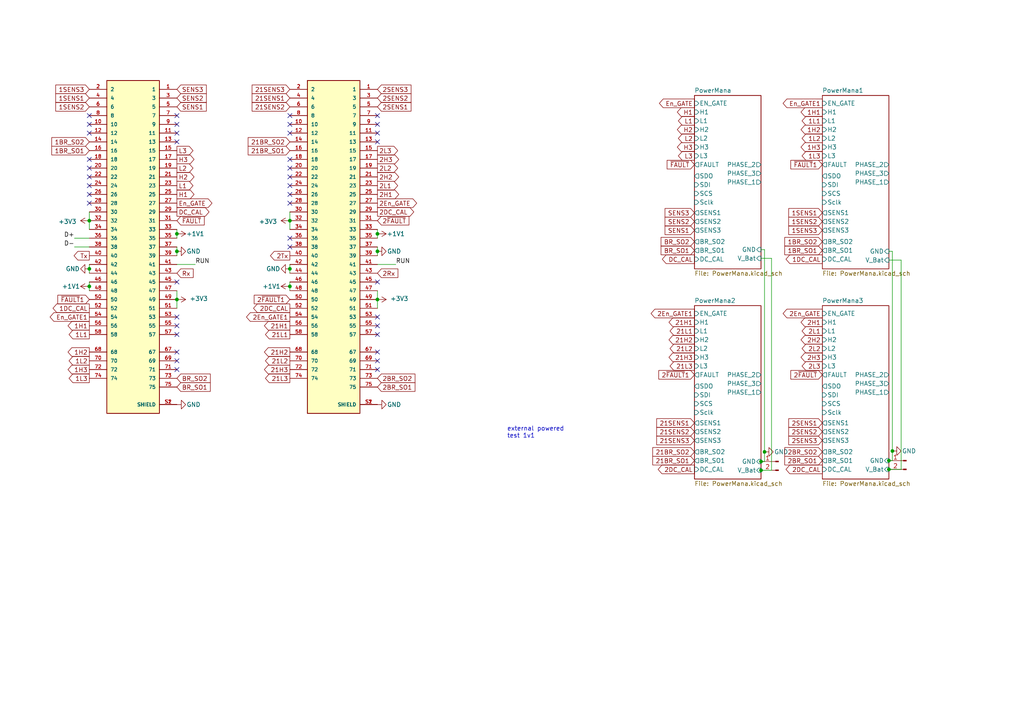
<source format=kicad_sch>
(kicad_sch (version 20230121) (generator eeschema)
  (paper "A4")
  (lib_symbols
    (symbol "Connector:Conn_01x02_Pin" (pin_names (offset 1.016) hide)
      (property "Reference" "J" (at 0 2.54 0))
      (property "Value" "Conn_01x02_Pin" (at 0 -5.08 0))
      (symbol "Conn_01x02_Pin_1_1"
        (polyline (pts (xy 1.27 -2.54) (xy 0.8636 -2.54)) (stroke (width 0.1524)))
        (polyline (pts (xy 1.27 0) (xy 0.8636 0)) (stroke (width 0.1524)))
        (rectangle (start 0.8636 -2.413) (end 0 -2.667) (stroke (width 0.1524)) (fill (type outline)))
        (rectangle (start 0.8636 0.127) (end 0 -0.127) (stroke (width 0.1524)) (fill (type outline)))
        (pin passive line (at 5.08 0 180) (length 3.81) (name "Pin_1") (number "1"))
        (pin passive line (at 5.08 -2.54 180) (length 3.81) (name "Pin_2") (number "2"))
      )
    )
    (symbol "new shii:MDT420M01002" (pin_names (offset 1.016))
      (property "Reference" "J" (at -7.62 49.022 0))
      (property "Value" "MDT420M01002" (at -7.62 -50.8 0))
      (symbol "MDT420M01002_0_0"
        (rectangle (start -7.62 -48.26) (end 7.62 48.26) (stroke (width 0.254)) (fill (type background)))
        (pin passive line (at -12.7 45.72 0) (length 5.08) (name "1") (number "1"))
        (pin passive line (at 12.7 35.56 180) (length 5.08) (name "10") (number "10"))
        (pin passive line (at -12.7 33.02 0) (length 5.08) (name "11") (number "11"))
        (pin passive line (at 12.7 33.02 180) (length 5.08) (name "12") (number "12"))
        (pin passive line (at -12.7 30.48 0) (length 5.08) (name "13") (number "13"))
        (pin passive line (at 12.7 30.48 180) (length 5.08) (name "14") (number "14"))
        (pin power_in line (at -12.7 27.94 0) (length 5.08) (name "15") (number "15"))
        (pin passive line (at 12.7 27.94 180) (length 5.08) (name "16") (number "16"))
        (pin passive line (at -12.7 25.4 0) (length 5.08) (name "17") (number "17"))
        (pin passive line (at 12.7 25.4 180) (length 5.08) (name "18") (number "18"))
        (pin passive line (at -12.7 22.86 0) (length 5.08) (name "19") (number "19"))
        (pin passive line (at 12.7 45.72 180) (length 5.08) (name "2") (number "2"))
        (pin passive line (at 12.7 22.86 180) (length 5.08) (name "20") (number "20"))
        (pin power_in line (at -12.7 20.32 0) (length 5.08) (name "21") (number "21"))
        (pin passive line (at 12.7 20.32 180) (length 5.08) (name "22") (number "22"))
        (pin passive line (at -12.7 17.78 0) (length 5.08) (name "23") (number "23"))
        (pin passive line (at 12.7 17.78 180) (length 5.08) (name "24") (number "24"))
        (pin passive line (at -12.7 15.24 0) (length 5.08) (name "25") (number "25"))
        (pin passive line (at 12.7 15.24 180) (length 5.08) (name "26") (number "26"))
        (pin power_in line (at -12.7 12.7 0) (length 5.08) (name "27") (number "27"))
        (pin passive line (at 12.7 12.7 180) (length 5.08) (name "28") (number "28"))
        (pin passive line (at -12.7 10.16 0) (length 5.08) (name "29") (number "29"))
        (pin power_in line (at -12.7 43.18 0) (length 5.08) (name "3") (number "3"))
        (pin passive line (at 12.7 10.16 180) (length 5.08) (name "30") (number "30"))
        (pin passive line (at -12.7 7.62 0) (length 5.08) (name "31") (number "31"))
        (pin passive line (at 12.7 7.62 180) (length 5.08) (name "32") (number "32"))
        (pin power_in line (at -12.7 5.08 0) (length 5.08) (name "33") (number "33"))
        (pin passive line (at 12.7 5.08 180) (length 5.08) (name "34") (number "34"))
        (pin passive line (at -12.7 2.54 0) (length 5.08) (name "35") (number "35"))
        (pin passive line (at 12.7 2.54 180) (length 5.08) (name "36") (number "36"))
        (pin passive line (at -12.7 0 0) (length 5.08) (name "37") (number "37"))
        (pin passive line (at 12.7 0 180) (length 5.08) (name "38") (number "38"))
        (pin power_in line (at -12.7 -2.54 0) (length 5.08) (name "39") (number "39"))
        (pin passive line (at 12.7 43.18 180) (length 5.08) (name "4") (number "4"))
        (pin passive line (at 12.7 -2.54 180) (length 5.08) (name "40") (number "40"))
        (pin passive line (at -12.7 -5.08 0) (length 5.08) (name "41") (number "41"))
        (pin passive line (at 12.7 -5.08 180) (length 5.08) (name "42") (number "42"))
        (pin passive line (at -12.7 -7.62 0) (length 5.08) (name "43") (number "43"))
        (pin passive line (at 12.7 -7.62 180) (length 5.08) (name "44") (number "44"))
        (pin power_in line (at -12.7 -10.16 0) (length 5.08) (name "45") (number "45"))
        (pin passive line (at 12.7 -10.16 180) (length 5.08) (name "46") (number "46"))
        (pin passive line (at -12.7 -12.7 0) (length 5.08) (name "47") (number "47"))
        (pin passive line (at 12.7 -12.7 180) (length 5.08) (name "48") (number "48"))
        (pin passive line (at -12.7 -15.24 0) (length 5.08) (name "49") (number "49"))
        (pin passive line (at -12.7 40.64 0) (length 5.08) (name "5") (number "5"))
        (pin passive line (at 12.7 -15.24 180) (length 5.08) (name "50") (number "50"))
        (pin power_in line (at -12.7 -17.78 0) (length 5.08) (name "51") (number "51"))
        (pin passive line (at 12.7 -17.78 180) (length 5.08) (name "52") (number "52"))
        (pin passive line (at -12.7 -20.32 0) (length 5.08) (name "53") (number "53"))
        (pin passive line (at 12.7 -20.32 180) (length 5.08) (name "54") (number "54"))
        (pin passive line (at -12.7 -22.86 0) (length 5.08) (name "55") (number "55"))
        (pin passive line (at 12.7 -22.86 180) (length 5.08) (name "56") (number "56"))
        (pin power_in line (at -12.7 -25.4 0) (length 5.08) (name "57") (number "57"))
        (pin passive line (at 12.7 -25.4 180) (length 5.08) (name "58") (number "58"))
        (pin passive line (at 12.7 40.64 180) (length 5.08) (name "6") (number "6"))
        (pin passive line (at -12.7 -30.48 0) (length 5.08) (name "67") (number "67"))
        (pin passive line (at 12.7 -30.48 180) (length 5.08) (name "68") (number "68"))
        (pin passive line (at -12.7 -33.02 0) (length 5.08) (name "69") (number "69"))
        (pin passive line (at -12.7 38.1 0) (length 5.08) (name "7") (number "7"))
        (pin passive line (at 12.7 -33.02 180) (length 5.08) (name "70") (number "70"))
        (pin passive line (at -12.7 -35.56 0) (length 5.08) (name "71") (number "71"))
        (pin passive line (at 12.7 -35.56 180) (length 5.08) (name "72") (number "72"))
        (pin passive line (at -12.7 -38.1 0) (length 5.08) (name "73") (number "73"))
        (pin passive line (at 12.7 -38.1 180) (length 5.08) (name "74") (number "74"))
        (pin passive line (at -12.7 -40.64 0) (length 5.08) (name "75") (number "75"))
        (pin passive line (at 12.7 38.1 180) (length 5.08) (name "8") (number "8"))
        (pin power_in line (at -12.7 35.56 0) (length 5.08) (name "9") (number "9"))
        (pin passive line (at -12.7 -45.72 0) (length 5.08) (name "SHIELD") (number "S1"))
        (pin passive line (at -12.7 -45.72 0) (length 5.08) (name "SHIELD") (number "S2"))
      )
    )
    (symbol "power:+1V1" (power) (pin_names (offset 0))
      (property "Value" "+1V1" (at 0 3.556 0))
      (symbol "+1V1_0_1"
        (polyline (pts (xy -0.762 1.27) (xy 0 2.54)))
        (polyline (pts (xy 0 0) (xy 0 2.54)))
        (polyline (pts (xy 0 2.54) (xy 0.762 1.27)))
      )
      (symbol "+1V1_1_1"
        (pin power_in line (at 0 0 90) (length 0) hide (name "+1V1") (number "1"))
      )
    )
    (symbol "power:+3V3" (power) (pin_names (offset 0))
      (property "Value" "+3V3" (at 0 3.556 0))
      (symbol "+3V3_0_1"
        (polyline (pts (xy -0.762 1.27) (xy 0 2.54)))
        (polyline (pts (xy 0 0) (xy 0 2.54)))
        (polyline (pts (xy 0 2.54) (xy 0.762 1.27)))
      )
      (symbol "+3V3_1_1"
        (pin power_in line (at 0 0 90) (length 0) hide (name "+3V3") (number "1"))
      )
    )
    (symbol "power:GND" (power) (pin_names (offset 0))
      (property "Value" "GND" (at 0 -3.81 0))
      (symbol "GND_0_1"
        (polyline (pts (xy 0 0) (xy 0 -1.27) (xy 1.27 -1.27) (xy 0 -2.54) (xy -1.27 -1.27) (xy 0 -1.27)))
      )
      (symbol "GND_1_1"
        (pin power_in line (at 0 0 270) (length 0) hide (name "GND") (number "1"))
      )
    )
  )
  (junction (at 51.308 67.818))
  (junction (at 258.826 130.81))
  (junction (at 51.308 72.898))
  (junction (at 257.81 136.144))
  (junction (at 220.726 133.858))
  (junction (at 51.308 86.868))
  (junction (at 84.074 64.008))
  (junction (at 84.074 83.058))
  (junction (at 109.474 72.898))
  (junction (at 84.074 77.978))
  (junction (at 109.474 86.868))
  (junction (at 257.81 133.604))
  (junction (at 221.742 131.064))
  (junction (at 220.726 136.398))
  (junction (at 109.474 67.818))
  (junction (at 25.908 83.058))
  (junction (at 25.908 64.008))
  (junction (at 25.908 77.978))
  (no_connect (at 109.474 38.608))
  (no_connect (at 25.908 48.768))
  (no_connect (at 25.908 53.848))
  (no_connect (at 84.074 33.528))
  (no_connect (at 51.308 81.788))
  (no_connect (at 51.308 94.488))
  (no_connect (at 84.074 38.608))
  (no_connect (at 25.908 51.308))
  (no_connect (at 51.308 36.068))
  (no_connect (at 25.908 38.608))
  (no_connect (at 51.308 102.108))
  (no_connect (at 25.908 36.068))
  (no_connect (at 109.474 41.148))
  (no_connect (at 84.074 51.308))
  (no_connect (at 84.074 58.928))
  (no_connect (at 51.308 91.948))
  (no_connect (at 25.908 33.528))
  (no_connect (at 51.308 38.608))
  (no_connect (at 109.474 81.788))
  (no_connect (at 84.074 53.848))
  (no_connect (at 51.308 41.148))
  (no_connect (at 84.074 71.628))
  (no_connect (at 84.074 46.228))
  (no_connect (at 109.474 36.068))
  (no_connect (at 109.474 102.108))
  (no_connect (at 109.474 97.028))
  (no_connect (at 51.308 104.648))
  (no_connect (at 51.308 97.028))
  (no_connect (at 84.074 48.768))
  (no_connect (at 51.308 107.188))
  (no_connect (at 109.474 91.948))
  (no_connect (at 25.908 46.228))
  (no_connect (at 109.474 107.188))
  (no_connect (at 109.474 94.488))
  (no_connect (at 84.074 56.388))
  (no_connect (at 84.074 36.068))
  (no_connect (at 84.074 69.088))
  (no_connect (at 109.474 33.528))
  (no_connect (at 109.474 104.648))
  (no_connect (at 51.308 33.528))
  (no_connect (at 25.908 56.388))
  (no_connect (at 25.908 58.928))
  (wire (pts (xy 221.742 133.858) (xy 220.726 133.858)))
  (wire (pts (xy 109.474 72.898) (xy 109.474 74.168)))
  (wire (pts (xy 51.308 72.898) (xy 51.308 74.168)))
  (wire (pts (xy 51.308 67.818) (xy 51.308 69.088)))
  (wire (pts (xy 51.308 66.548) (xy 51.308 67.818)))
  (wire (pts (xy 221.742 72.39) (xy 221.742 131.064)))
  (wire (pts (xy 84.074 79.248) (xy 84.074 77.978)))
  (wire (pts (xy 261.366 136.144) (xy 257.81 136.144)))
  (wire (pts (xy 25.908 83.058) (xy 25.908 81.788)))
  (wire (pts (xy 25.908 84.328) (xy 25.908 83.058)))
  (wire (pts (xy 109.474 84.328) (xy 109.474 86.868)))
  (wire (pts (xy 21.59 69.088) (xy 25.908 69.088)))
  (wire (pts (xy 220.726 136.398) (xy 223.774 136.398)))
  (wire (pts (xy 84.074 66.548) (xy 84.074 64.008)))
  (wire (pts (xy 223.774 74.93) (xy 220.726 74.93)))
  (wire (pts (xy 51.308 86.868) (xy 51.308 89.408)))
  (wire (pts (xy 261.366 75.438) (xy 261.366 136.144)))
  (wire (pts (xy 51.308 84.328) (xy 51.308 86.868)))
  (wire (pts (xy 51.308 71.628) (xy 51.308 72.898)))
  (wire (pts (xy 21.59 71.628) (xy 25.908 71.628)))
  (wire (pts (xy 223.774 136.398) (xy 223.774 74.93)))
  (wire (pts (xy 109.474 86.868) (xy 109.474 89.408)))
  (wire (pts (xy 51.308 76.708) (xy 56.642 76.708)))
  (wire (pts (xy 25.908 66.548) (xy 25.908 64.008)))
  (wire (pts (xy 109.474 67.818) (xy 109.474 69.088)))
  (wire (pts (xy 109.474 71.628) (xy 109.474 72.898)))
  (wire (pts (xy 25.908 64.008) (xy 25.908 61.468)))
  (wire (pts (xy 221.742 131.064) (xy 221.742 133.858)))
  (wire (pts (xy 109.474 76.708) (xy 114.808 76.708)))
  (wire (pts (xy 258.826 72.898) (xy 257.81 72.898)))
  (wire (pts (xy 84.074 77.978) (xy 84.074 76.708)))
  (wire (pts (xy 109.474 66.548) (xy 109.474 67.818)))
  (wire (pts (xy 25.908 79.248) (xy 25.908 77.978)))
  (wire (pts (xy 25.908 77.978) (xy 25.908 76.708)))
  (wire (pts (xy 257.81 75.438) (xy 261.366 75.438)))
  (wire (pts (xy 258.826 130.81) (xy 258.826 133.604)))
  (wire (pts (xy 220.726 72.39) (xy 221.742 72.39)))
  (wire (pts (xy 258.826 133.604) (xy 257.81 133.604)))
  (wire (pts (xy 84.074 64.008) (xy 84.074 61.468)))
  (wire (pts (xy 84.074 83.058) (xy 84.074 81.788)))
  (wire (pts (xy 84.074 84.328) (xy 84.074 83.058)))
  (wire (pts (xy 258.826 72.898) (xy 258.826 130.81)))
  (text "external powered\ntest 1v1\n" (at 147.066 127.254 0) (effects (font (size 1.27 1.27)) (justify left bottom)))
  (label "RUN" (at 56.642 76.708 0))
  (label "RUN" (at 114.808 76.708 0))
  (label "D-" (at 21.59 71.628 180))
  (label "D+" (at 21.59 69.088 180))
  (global_label "BR_SO1" (shape input) (at 201.422 72.644 180) (property "Intersheetrefs" "${INTERSHEET_REFS}" (effects hide)))
  (global_label "2L3" (shape output) (at 109.474 43.688 0) (property "Intersheetrefs" "${INTERSHEET_REFS}" (effects hide)))
  (global_label "2BR_SO2" (shape input) (at 238.506 131.064 180) (property "Intersheetrefs" "${INTERSHEET_REFS}" (effects hide)))
  (global_label "21H2" (shape output) (at 201.422 98.552 180) (property "Intersheetrefs" "${INTERSHEET_REFS}" (effects hide)))
  (global_label "1BR_SO1" (shape input) (at 25.908 43.688 180) (property "Intersheetrefs" "${INTERSHEET_REFS}" (effects hide)))
  (global_label "1L2" (shape output) (at 25.908 104.648 180) (property "Intersheetrefs" "${INTERSHEET_REFS}" (effects hide)))
  (global_label "L1" (shape output) (at 51.308 53.848 0) (property "Intersheetrefs" "${INTERSHEET_REFS}" (effects hide)))
  (global_label "2SENS3" (shape input) (at 109.474 25.908 0) (property "Intersheetrefs" "${INTERSHEET_REFS}" (effects hide)))
  (global_label "L3" (shape output) (at 201.422 45.212 180) (property "Intersheetrefs" "${INTERSHEET_REFS}" (effects hide)))
  (global_label "2SENS1" (shape input) (at 109.474 30.988 0) (property "Intersheetrefs" "${INTERSHEET_REFS}" (effects hide)))
  (global_label "2En_GATE1" (shape output) (at 84.074 91.948 180) (property "Intersheetrefs" "${INTERSHEET_REFS}" (effects hide)))
  (global_label "H3" (shape output) (at 51.308 46.228 0) (property "Intersheetrefs" "${INTERSHEET_REFS}" (effects hide)))
  (global_label "21H2" (shape output) (at 84.074 102.108 180) (property "Intersheetrefs" "${INTERSHEET_REFS}" (effects hide)))
  (global_label "21H1" (shape output) (at 84.074 94.488 180) (property "Intersheetrefs" "${INTERSHEET_REFS}" (effects hide)))
  (global_label "~{FAULT}1" (shape input) (at 25.908 86.868 180) (property "Intersheetrefs" "${INTERSHEET_REFS}" (effects hide)))
  (global_label "2~{FAULT}1" (shape input) (at 84.074 86.868 180) (property "Intersheetrefs" "${INTERSHEET_REFS}" (effects hide)))
  (global_label "1H1" (shape output) (at 238.506 32.512 180) (property "Intersheetrefs" "${INTERSHEET_REFS}" (effects hide)))
  (global_label "2~{FAULT}" (shape input) (at 238.506 108.712 180) (property "Intersheetrefs" "${INTERSHEET_REFS}" (effects hide)))
  (global_label "1SENS3" (shape input) (at 25.908 25.908 180) (property "Intersheetrefs" "${INTERSHEET_REFS}" (effects hide)))
  (global_label "2DC_CAL" (shape output) (at 238.506 136.144 180) (property "Intersheetrefs" "${INTERSHEET_REFS}" (effects hide)))
  (global_label "En_GATE1" (shape output) (at 238.506 29.972 180) (property "Intersheetrefs" "${INTERSHEET_REFS}" (effects hide)))
  (global_label "21BR_SO1" (shape input) (at 201.422 133.604 180) (property "Intersheetrefs" "${INTERSHEET_REFS}" (effects hide)))
  (global_label "2En_GATE" (shape output) (at 109.474 58.928 0) (property "Intersheetrefs" "${INTERSHEET_REFS}" (effects hide)))
  (global_label "2En_GATE1" (shape output) (at 201.422 90.932 180) (property "Intersheetrefs" "${INTERSHEET_REFS}" (effects hide)))
  (global_label "2~{FAULT}1" (shape input) (at 201.422 108.712 180) (property "Intersheetrefs" "${INTERSHEET_REFS}" (effects hide)))
  (global_label "SENS1" (shape input) (at 51.308 30.988 0) (property "Intersheetrefs" "${INTERSHEET_REFS}" (effects hide)))
  (global_label "H1" (shape output) (at 51.308 56.388 0) (property "Intersheetrefs" "${INTERSHEET_REFS}" (effects hide)))
  (global_label "21SENS2" (shape input) (at 201.422 125.222 180) (property "Intersheetrefs" "${INTERSHEET_REFS}" (effects hide)))
  (global_label "SENS1" (shape input) (at 201.422 66.802 180) (property "Intersheetrefs" "${INTERSHEET_REFS}" (effects hide)))
  (global_label "~{FAULT}" (shape input) (at 51.308 64.008 0) (property "Intersheetrefs" "${INTERSHEET_REFS}" (effects hide)))
  (global_label "2~{FAULT}" (shape input) (at 109.474 64.008 0) (property "Intersheetrefs" "${INTERSHEET_REFS}" (effects hide)))
  (global_label "21L2" (shape output) (at 201.422 101.092 180) (property "Intersheetrefs" "${INTERSHEET_REFS}" (effects hide)))
  (global_label "SENS3" (shape input) (at 51.308 25.908 0) (property "Intersheetrefs" "${INTERSHEET_REFS}" (effects hide)))
  (global_label "1BR_SO1" (shape input) (at 238.506 72.644 180) (property "Intersheetrefs" "${INTERSHEET_REFS}" (effects hide)))
  (global_label "21H3" (shape output) (at 84.074 107.188 180) (property "Intersheetrefs" "${INTERSHEET_REFS}" (effects hide)))
  (global_label "2H3" (shape output) (at 109.474 46.228 0) (property "Intersheetrefs" "${INTERSHEET_REFS}" (effects hide)))
  (global_label "2H2" (shape output) (at 238.506 98.552 180) (property "Intersheetrefs" "${INTERSHEET_REFS}" (effects hide)))
  (global_label "21SENS2" (shape input) (at 84.074 30.988 180) (property "Intersheetrefs" "${INTERSHEET_REFS}" (effects hide)))
  (global_label "2H1" (shape output) (at 109.474 56.388 0) (property "Intersheetrefs" "${INTERSHEET_REFS}" (effects hide)))
  (global_label "1L3" (shape output) (at 238.506 45.212 180) (property "Intersheetrefs" "${INTERSHEET_REFS}" (effects hide)))
  (global_label "1L1" (shape output) (at 238.506 35.052 180) (property "Intersheetrefs" "${INTERSHEET_REFS}" (effects hide)))
  (global_label "2DC_CAL" (shape output) (at 84.074 89.408 180) (property "Intersheetrefs" "${INTERSHEET_REFS}" (effects hide)))
  (global_label "BR_SO2" (shape input) (at 201.422 70.104 180) (property "Intersheetrefs" "${INTERSHEET_REFS}" (effects hide)))
  (global_label "En_GATE1" (shape output) (at 25.908 91.948 180) (property "Intersheetrefs" "${INTERSHEET_REFS}" (effects hide)))
  (global_label "Rx" (shape input) (at 51.308 79.248 0) (property "Intersheetrefs" "${INTERSHEET_REFS}" (effects hide)))
  (global_label "L2" (shape output) (at 51.308 48.768 0) (property "Intersheetrefs" "${INTERSHEET_REFS}" (effects hide)))
  (global_label "2L1" (shape output) (at 238.506 96.012 180) (property "Intersheetrefs" "${INTERSHEET_REFS}" (effects hide)))
  (global_label "2Rx" (shape input) (at 109.474 79.248 0) (property "Intersheetrefs" "${INTERSHEET_REFS}" (effects hide)))
  (global_label "1SENS1" (shape input) (at 238.506 61.722 180) (property "Intersheetrefs" "${INTERSHEET_REFS}" (effects hide)))
  (global_label "2BR_SO1" (shape input) (at 109.474 112.268 0) (property "Intersheetrefs" "${INTERSHEET_REFS}" (effects hide)))
  (global_label "1DC_CAL" (shape output) (at 238.506 75.184 180) (property "Intersheetrefs" "${INTERSHEET_REFS}" (effects hide)))
  (global_label "1H3" (shape output) (at 238.506 42.672 180) (property "Intersheetrefs" "${INTERSHEET_REFS}" (effects hide)))
  (global_label "L1" (shape output) (at 201.422 35.052 180) (property "Intersheetrefs" "${INTERSHEET_REFS}" (effects hide)))
  (global_label "2SENS2" (shape input) (at 109.474 28.448 0) (property "Intersheetrefs" "${INTERSHEET_REFS}" (effects hide)))
  (global_label "DC_CAL" (shape output) (at 51.308 61.468 0) (property "Intersheetrefs" "${INTERSHEET_REFS}" (effects hide)))
  (global_label "2En_GATE" (shape output) (at 238.506 90.932 180) (property "Intersheetrefs" "${INTERSHEET_REFS}" (effects hide)))
  (global_label "1L2" (shape output) (at 238.506 40.132 180) (property "Intersheetrefs" "${INTERSHEET_REFS}" (effects hide)))
  (global_label "En_GATE" (shape output) (at 51.308 58.928 0) (property "Intersheetrefs" "${INTERSHEET_REFS}" (effects hide)))
  (global_label "2H1" (shape output) (at 238.506 93.472 180) (property "Intersheetrefs" "${INTERSHEET_REFS}" (effects hide)))
  (global_label "1L3" (shape output) (at 25.908 109.728 180) (property "Intersheetrefs" "${INTERSHEET_REFS}" (effects hide)))
  (global_label "2Tx" (shape output) (at 84.074 74.168 180) (property "Intersheetrefs" "${INTERSHEET_REFS}" (effects hide)))
  (global_label "DC_CAL" (shape output) (at 201.422 75.184 180) (property "Intersheetrefs" "${INTERSHEET_REFS}" (effects hide)))
  (global_label "21SENS1" (shape input) (at 84.074 28.448 180) (property "Intersheetrefs" "${INTERSHEET_REFS}" (effects hide)))
  (global_label "21BR_SO2" (shape input) (at 84.074 41.148 180) (property "Intersheetrefs" "${INTERSHEET_REFS}" (effects hide)))
  (global_label "21SENS1" (shape input) (at 201.422 122.682 180) (property "Intersheetrefs" "${INTERSHEET_REFS}" (effects hide)))
  (global_label "1SENS3" (shape input) (at 238.506 66.802 180) (property "Intersheetrefs" "${INTERSHEET_REFS}" (effects hide)))
  (global_label "2L2" (shape output) (at 238.506 101.092 180) (property "Intersheetrefs" "${INTERSHEET_REFS}" (effects hide)))
  (global_label "1H3" (shape output) (at 25.908 107.188 180) (property "Intersheetrefs" "${INTERSHEET_REFS}" (effects hide)))
  (global_label "BR_SO1" (shape input) (at 51.308 112.268 0) (property "Intersheetrefs" "${INTERSHEET_REFS}" (effects hide)))
  (global_label "2BR_SO1" (shape input) (at 238.506 133.604 180) (property "Intersheetrefs" "${INTERSHEET_REFS}" (effects hide)))
  (global_label "21L1" (shape output) (at 84.074 97.028 180) (property "Intersheetrefs" "${INTERSHEET_REFS}" (effects hide)))
  (global_label "21SENS3" (shape input) (at 201.422 127.762 180) (property "Intersheetrefs" "${INTERSHEET_REFS}" (effects hide)))
  (global_label "21H1" (shape output) (at 201.422 93.472 180) (property "Intersheetrefs" "${INTERSHEET_REFS}" (effects hide)))
  (global_label "2DC_CAL" (shape output) (at 109.474 61.468 0) (property "Intersheetrefs" "${INTERSHEET_REFS}" (effects hide)))
  (global_label "H3" (shape output) (at 201.422 42.672 180) (property "Intersheetrefs" "${INTERSHEET_REFS}" (effects hide)))
  (global_label "1DC_CAL" (shape output) (at 25.908 89.408 180) (property "Intersheetrefs" "${INTERSHEET_REFS}" (effects hide)))
  (global_label "~{FAULT}1" (shape input) (at 238.506 47.752 180) (property "Intersheetrefs" "${INTERSHEET_REFS}" (effects hide)))
  (global_label "L3" (shape output) (at 51.308 43.688 0) (property "Intersheetrefs" "${INTERSHEET_REFS}" (effects hide)))
  (global_label "2DC_CAL" (shape output) (at 201.422 136.144 180) (property "Intersheetrefs" "${INTERSHEET_REFS}" (effects hide)))
  (global_label "SENS3" (shape input) (at 201.422 61.722 180) (property "Intersheetrefs" "${INTERSHEET_REFS}" (effects hide)))
  (global_label "21BR_SO2" (shape input) (at 201.422 131.064 180) (property "Intersheetrefs" "${INTERSHEET_REFS}" (effects hide)))
  (global_label "~{FAULT}" (shape input) (at 201.422 47.752 180) (property "Intersheetrefs" "${INTERSHEET_REFS}" (effects hide)))
  (global_label "2SENS3" (shape input) (at 238.506 127.762 180) (property "Intersheetrefs" "${INTERSHEET_REFS}" (effects hide)))
  (global_label "1H2" (shape output) (at 238.506 37.592 180) (property "Intersheetrefs" "${INTERSHEET_REFS}" (effects hide)))
  (global_label "1SENS1" (shape input) (at 25.908 28.448 180) (property "Intersheetrefs" "${INTERSHEET_REFS}" (effects hide)))
  (global_label "2SENS1" (shape input) (at 238.506 122.682 180) (property "Intersheetrefs" "${INTERSHEET_REFS}" (effects hide)))
  (global_label "2L3" (shape output) (at 238.506 106.172 180) (property "Intersheetrefs" "${INTERSHEET_REFS}" (effects hide)))
  (global_label "Tx" (shape output) (at 25.908 74.168 180) (property "Intersheetrefs" "${INTERSHEET_REFS}" (effects hide)))
  (global_label "21BR_SO1" (shape input) (at 84.074 43.688 180) (property "Intersheetrefs" "${INTERSHEET_REFS}" (effects hide)))
  (global_label "1SENS2" (shape input) (at 25.908 30.988 180) (property "Intersheetrefs" "${INTERSHEET_REFS}" (effects hide)))
  (global_label "2H3" (shape output) (at 238.506 103.632 180) (property "Intersheetrefs" "${INTERSHEET_REFS}" (effects hide)))
  (global_label "2L2" (shape output) (at 109.474 48.768 0) (property "Intersheetrefs" "${INTERSHEET_REFS}" (effects hide)))
  (global_label "1L1" (shape output) (at 25.908 97.028 180) (property "Intersheetrefs" "${INTERSHEET_REFS}" (effects hide)))
  (global_label "H1" (shape output) (at 201.422 32.512 180) (property "Intersheetrefs" "${INTERSHEET_REFS}" (effects hide)))
  (global_label "2BR_SO2" (shape input) (at 109.474 109.728 0) (property "Intersheetrefs" "${INTERSHEET_REFS}" (effects hide)))
  (global_label "L2" (shape output) (at 201.422 40.132 180) (property "Intersheetrefs" "${INTERSHEET_REFS}" (effects hide)))
  (global_label "21SENS3" (shape input) (at 84.074 25.908 180) (property "Intersheetrefs" "${INTERSHEET_REFS}" (effects hide)))
  (global_label "21L3" (shape output) (at 84.074 109.728 180) (property "Intersheetrefs" "${INTERSHEET_REFS}" (effects hide)))
  (global_label "H2" (shape output) (at 51.308 51.308 0) (property "Intersheetrefs" "${INTERSHEET_REFS}" (effects hide)))
  (global_label "1H2" (shape output) (at 25.908 102.108 180) (property "Intersheetrefs" "${INTERSHEET_REFS}" (effects hide)))
  (global_label "1BR_SO2" (shape input) (at 238.506 70.104 180) (property "Intersheetrefs" "${INTERSHEET_REFS}" (effects hide)))
  (global_label "H2" (shape output) (at 201.422 37.592 180) (property "Intersheetrefs" "${INTERSHEET_REFS}" (effects hide)))
  (global_label "1H1" (shape output) (at 25.908 94.488 180) (property "Intersheetrefs" "${INTERSHEET_REFS}" (effects hide)))
  (global_label "En_GATE" (shape output) (at 201.422 29.972 180) (property "Intersheetrefs" "${INTERSHEET_REFS}" (effects hide)))
  (global_label "1SENS2" (shape input) (at 238.506 64.262 180) (property "Intersheetrefs" "${INTERSHEET_REFS}" (effects hide)))
  (global_label "2SENS2" (shape input) (at 238.506 125.222 180) (property "Intersheetrefs" "${INTERSHEET_REFS}" (effects hide)))
  (global_label "1BR_SO2" (shape input) (at 25.908 41.148 180) (property "Intersheetrefs" "${INTERSHEET_REFS}" (effects hide)))
  (global_label "SENS2" (shape input) (at 51.308 28.448 0) (property "Intersheetrefs" "${INTERSHEET_REFS}" (effects hide)))
  (global_label "BR_SO2" (shape input) (at 51.308 109.728 0) (property "Intersheetrefs" "${INTERSHEET_REFS}" (effects hide)))
  (global_label "SENS2" (shape input) (at 201.422 64.262 180) (property "Intersheetrefs" "${INTERSHEET_REFS}" (effects hide)))
  (global_label "21L2" (shape output) (at 84.074 104.648 180) (property "Intersheetrefs" "${INTERSHEET_REFS}" (effects hide)))
  (global_label "21L1" (shape output) (at 201.422 96.012 180) (property "Intersheetrefs" "${INTERSHEET_REFS}" (effects hide)))
  (global_label "2H2" (shape output) (at 109.474 51.308 0) (property "Intersheetrefs" "${INTERSHEET_REFS}" (effects hide)))
  (global_label "21H3" (shape output) (at 201.422 103.632 180) (property "Intersheetrefs" "${INTERSHEET_REFS}" (effects hide)))
  (global_label "2L1" (shape output) (at 109.474 53.848 0) (property "Intersheetrefs" "${INTERSHEET_REFS}" (effects hide)))
  (global_label "21L3" (shape output) (at 201.422 106.172 180) (property "Intersheetrefs" "${INTERSHEET_REFS}" (effects hide)))
  (symbol (lib_id "power:GND") (at 221.742 131.064 90) (mirror x) (unit 1)
    (property "Reference" "#PWR087" (effects hide))
    (property "Value" "GND" (at 226.568 131.064 90))
  )
  (symbol (lib_id "power:+1V1") (at 109.474 67.818 270) (unit 1)
    (property "Reference" "#PWR0100" (effects hide))
    (property "Value" "+1V1" (at 114.808 67.818 90))
  )
  (symbol (lib_id "power:GND") (at 109.474 117.348 90) (unit 1)
    (property "Reference" "#PWR096" (effects hide))
    (property "Value" "GND" (at 114.3 117.348 90))
  )
  (symbol (lib_id "power:GND") (at 25.908 77.978 270) (mirror x) (unit 1)
    (property "Reference" "#PWR090" (effects hide))
    (property "Value" "GND" (at 21.082 77.978 90))
  )
  (symbol (lib_id "Connector:Conn_01x02_Pin") (at 262.89 133.604 0) (mirror y) (unit 1)
    (property "Reference" "J2" (effects hide))
    (property "Value" "Conn_01x02_Pin" (effects hide))
    (property "Footprint" "Y!:AMASS_XT60PW-M" (effects hide))
  )
  (symbol (lib_id "power:GND") (at 51.308 72.898 90) (mirror x) (unit 1)
    (property "Reference" "#PWR093" (effects hide))
    (property "Value" "GND" (at 56.134 72.898 90))
  )
  (symbol (lib_id "power:+1V1") (at 51.308 67.818 270) (unit 1)
    (property "Reference" "#PWR092" (effects hide))
    (property "Value" "+1V1" (at 56.642 67.818 90))
  )
  (symbol (lib_id "new shii:MDT420M01002") (at 96.774 71.628 0) (mirror y) (unit 1)
    (property "Reference" "J4" (effects hide))
    (property "Value" "MDT420M01002" (effects hide))
    (property "Footprint" "Y!:AMPHENOL_MDT420M01002" (effects hide))
    (property "MF" "Amphenol" (effects hide))
    (property "MAXIMUM_PACKAGE_HEIGHT" "4.2mm" (effects hide))
    (property "Package" "None" (effects hide))
    (property "Price" "None" (effects hide))
    (property "Check_prices" "https://www.snapeda.com/parts/MDT420M01002/Amphenol/view-part/?ref=eda" (effects hide))
    (property "STANDARD" "Manufacturer Recommendations" (effects hide))
    (property "PARTREV" "3" (effects hide))
    (property "SnapEDA_Link" "https://www.snapeda.com/parts/MDT420M01002/Amphenol/view-part/?ref=snap" (effects hide))
    (property "MP" "MDT420M01002" (effects hide))
    (property "Description" "\nM.2 4.2H Right Angle\n" (effects hide))
    (property "MANUFACTURER" "Amphenol" (effects hide))
    (property "Availability" "In Stock" (effects hide))
    (property "SNAPEDA_PN" "MDT420M01002" (effects hide))
  )
  (symbol (lib_id "power:+3V3") (at 51.308 86.868 270) (mirror x) (unit 1)
    (property "Reference" "#PWR094" (effects hide))
    (property "Value" "+3V3" (at 57.658 86.614 90))
  )
  (symbol (lib_id "power:+1V1") (at 25.908 83.058 90) (unit 1)
    (property "Reference" "#PWR091" (effects hide))
    (property "Value" "+1V1" (at 20.574 83.058 90))
  )
  (symbol (lib_id "power:GND") (at 109.474 72.898 90) (mirror x) (unit 1)
    (property "Reference" "#PWR0101" (effects hide))
    (property "Value" "GND" (at 114.3 72.898 90))
  )
  (symbol (lib_id "Connector:Conn_01x02_Pin") (at 225.806 133.858 0) (mirror y) (unit 1)
    (property "Reference" "J1" (effects hide))
    (property "Value" "Conn_01x02_Pin" (effects hide))
    (property "Footprint" "Y!:AMASS_XT60PW-M" (effects hide))
  )
  (symbol (lib_id "power:+3V3") (at 109.474 86.868 270) (mirror x) (unit 1)
    (property "Reference" "#PWR0102" (effects hide))
    (property "Value" "+3V3" (at 115.824 86.614 90))
  )
  (symbol (lib_id "power:GND") (at 84.074 77.978 270) (mirror x) (unit 1)
    (property "Reference" "#PWR098" (effects hide))
    (property "Value" "GND" (at 79.248 77.978 90))
  )
  (symbol (lib_id "power:GND") (at 258.826 130.81 90) (mirror x) (unit 1)
    (property "Reference" "#PWR088" (effects hide))
    (property "Value" "GND" (at 263.652 130.81 90))
  )
  (symbol (lib_id "power:+3V3") (at 25.908 64.008 90) (mirror x) (unit 1)
    (property "Reference" "#PWR089" (effects hide))
    (property "Value" "+3V3" (at 19.558 64.262 90))
  )
  (symbol (lib_id "power:+3V3") (at 84.074 64.008 90) (mirror x) (unit 1)
    (property "Reference" "#PWR097" (effects hide))
    (property "Value" "+3V3" (at 77.724 64.262 90))
  )
  (symbol (lib_id "power:GND") (at 51.308 117.348 90) (unit 1)
    (property "Reference" "#PWR095" (effects hide))
    (property "Value" "GND" (at 56.134 117.348 90))
  )
  (symbol (lib_id "power:+1V1") (at 84.074 83.058 90) (unit 1)
    (property "Reference" "#PWR099" (effects hide))
    (property "Value" "+1V1" (at 78.74 83.058 90))
  )
  (symbol (lib_id "new shii:MDT420M01002") (at 38.608 71.628 0) (mirror y) (unit 1)
    (property "Reference" "J3" (effects hide))
    (property "Value" "MDT420M01002" (effects hide))
    (property "Footprint" "Y!:AMPHENOL_MDT420M01002" (effects hide))
    (property "MF" "Amphenol" (effects hide))
    (property "MAXIMUM_PACKAGE_HEIGHT" "4.2mm" (effects hide))
    (property "Package" "None" (effects hide))
    (property "Price" "None" (effects hide))
    (property "Check_prices" "https://www.snapeda.com/parts/MDT420M01002/Amphenol/view-part/?ref=eda" (effects hide))
    (property "STANDARD" "Manufacturer Recommendations" (effects hide))
    (property "PARTREV" "3" (effects hide))
    (property "SnapEDA_Link" "https://www.snapeda.com/parts/MDT420M01002/Amphenol/view-part/?ref=snap" (effects hide))
    (property "MP" "MDT420M01002" (effects hide))
    (property "Description" "\nM.2 4.2H Right Angle\n" (effects hide))
    (property "MANUFACTURER" "Amphenol" (effects hide))
    (property "Availability" "In Stock" (effects hide))
    (property "SNAPEDA_PN" "MDT420M01002" (effects hide))
  )
  (sheet (at 201.422 88.646) (size 19.304 50.292) (stroke (width 0.1524))
    (property "Sheetname" "PowerMana2" (at 201.422 87.9344 0) (effects (justify left bottom)))
    (property "Sheetfile" "PowerMana.kicad_sch" (at 201.422 139.5226 0) (effects (justify left top)))
    (pin "SENS2" output (at 201.422 125.222 180))
    (pin "SENS1" output (at 201.422 122.682 180))
    (pin "SENS3" output (at 201.422 127.762 180))
    (pin "BR_SO2" output (at 201.422 131.064 180))
    (pin "BR_SO1" output (at 201.422 133.604 180))
    (pin "H1" input (at 201.422 93.472 180))
    (pin "EN_GATE" input (at 201.422 90.932 180))
    (pin "DC_CAL" input (at 201.422 136.144 180))
    (pin "Sclk" input (at 201.422 119.634 180))
    (pin "SCS" input (at 201.422 117.094 180))
    (pin "SDI" input (at 201.422 114.554 180))
    (pin "SDO" output (at 201.422 112.014 180))
    (pin "L3" input (at 201.422 106.172 180))
    (pin "L1" input (at 201.422 96.012 180))
    (pin "L2" input (at 201.422 101.092 180))
    (pin "FAULT" output (at 201.422 108.712 180))
    (pin "H2" input (at 201.422 98.552 180))
    (pin "H3" input (at 201.422 103.632 180))
    (pin "PHASE_3" output (at 220.726 111.252 0))
    (pin "PHASE_2" output (at 220.726 108.712 0))
    (pin "PHASE_1" output (at 220.726 113.792 0))
    (pin "V_Bat" input (at 220.726 136.398 0))
    (pin "GND" input (at 220.726 133.858 0))
  )
  (sheet (at 238.506 88.646) (size 19.304 50.292) (stroke (width 0.1524))
    (property "Sheetname" "PowerMana3" (at 238.506 87.9344 0) (effects (justify left bottom)))
    (property "Sheetfile" "PowerMana.kicad_sch" (at 238.506 139.5226 0) (effects (justify left top)))
    (pin "SENS2" output (at 238.506 125.222 180))
    (pin "SENS1" output (at 238.506 122.682 180))
    (pin "SENS3" output (at 238.506 127.762 180))
    (pin "BR_SO2" output (at 238.506 131.064 180))
    (pin "BR_SO1" output (at 238.506 133.604 180))
    (pin "H1" input (at 238.506 93.472 180))
    (pin "EN_GATE" input (at 238.506 90.932 180))
    (pin "DC_CAL" input (at 238.506 136.144 180))
    (pin "Sclk" input (at 238.506 119.634 180))
    (pin "SCS" input (at 238.506 117.094 180))
    (pin "SDI" input (at 238.506 114.554 180))
    (pin "SDO" output (at 238.506 112.014 180))
    (pin "L3" input (at 238.506 106.172 180))
    (pin "L1" input (at 238.506 96.012 180))
    (pin "L2" input (at 238.506 101.092 180))
    (pin "FAULT" output (at 238.506 108.712 180))
    (pin "H2" input (at 238.506 98.552 180))
    (pin "H3" input (at 238.506 103.632 180))
    (pin "PHASE_3" output (at 257.81 111.252 0))
    (pin "PHASE_2" output (at 257.81 108.712 0))
    (pin "PHASE_1" output (at 257.81 113.792 0))
    (pin "V_Bat" input (at 257.81 136.144 0))
    (pin "GND" input (at 257.81 133.604 0))
  )
  (sheet (at 238.506 27.686) (size 19.304 50.292) (stroke (width 0.1524))
    (property "Sheetname" "PowerMana1" (at 238.506 26.9744 0) (effects (justify left bottom)))
    (property "Sheetfile" "PowerMana.kicad_sch" (at 238.506 78.5626 0) (effects (justify left top)))
    (pin "SENS2" output (at 238.506 64.262 180))
    (pin "SENS1" output (at 238.506 61.722 180))
    (pin "SENS3" output (at 238.506 66.802 180))
    (pin "BR_SO2" output (at 238.506 70.104 180))
    (pin "BR_SO1" output (at 238.506 72.644 180))
    (pin "H1" input (at 238.506 32.512 180))
    (pin "EN_GATE" input (at 238.506 29.972 180))
    (pin "DC_CAL" input (at 238.506 75.184 180))
    (pin "Sclk" input (at 238.506 58.674 180))
    (pin "SCS" input (at 238.506 56.134 180))
    (pin "SDI" input (at 238.506 53.594 180))
    (pin "SDO" output (at 238.506 51.054 180))
    (pin "L3" input (at 238.506 45.212 180))
    (pin "L1" input (at 238.506 35.052 180))
    (pin "L2" input (at 238.506 40.132 180))
    (pin "FAULT" output (at 238.506 47.752 180))
    (pin "H2" input (at 238.506 37.592 180))
    (pin "H3" input (at 238.506 42.672 180))
    (pin "PHASE_3" output (at 257.81 50.292 0))
    (pin "PHASE_2" output (at 257.81 47.752 0))
    (pin "PHASE_1" output (at 257.81 52.832 0))
    (pin "V_Bat" input (at 257.81 75.438 0))
    (pin "GND" input (at 257.81 72.898 0))
  )
  (sheet (at 201.422 27.686) (size 19.304 50.292) (stroke (width 0.1524))
    (property "Sheetname" "PowerMana" (at 201.422 26.9744 0) (effects (justify left bottom)))
    (property "Sheetfile" "PowerMana.kicad_sch" (at 201.422 78.5626 0) (effects (justify left top)))
    (pin "SENS2" output (at 201.422 64.262 180))
    (pin "SENS1" output (at 201.422 61.722 180))
    (pin "SENS3" output (at 201.422 66.802 180))
    (pin "BR_SO2" output (at 201.422 70.104 180))
    (pin "BR_SO1" output (at 201.422 72.644 180))
    (pin "H1" input (at 201.422 32.512 180))
    (pin "EN_GATE" input (at 201.422 29.972 180))
    (pin "DC_CAL" input (at 201.422 75.184 180))
    (pin "Sclk" input (at 201.422 58.674 180))
    (pin "SCS" input (at 201.422 56.134 180))
    (pin "SDI" input (at 201.422 53.594 180))
    (pin "SDO" output (at 201.422 51.054 180))
    (pin "L3" input (at 201.422 45.212 180))
    (pin "L1" input (at 201.422 35.052 180))
    (pin "L2" input (at 201.422 40.132 180))
    (pin "FAULT" output (at 201.422 47.752 180))
    (pin "H2" input (at 201.422 37.592 180))
    (pin "H3" input (at 201.422 42.672 180))
    (pin "PHASE_3" output (at 220.726 50.292 0))
    (pin "PHASE_2" output (at 220.726 47.752 0))
    (pin "PHASE_1" output (at 220.726 52.832 0))
    (pin "V_Bat" input (at 220.726 74.93 0))
    (pin "GND" input (at 220.726 72.39 0))
  )
)
</source>
